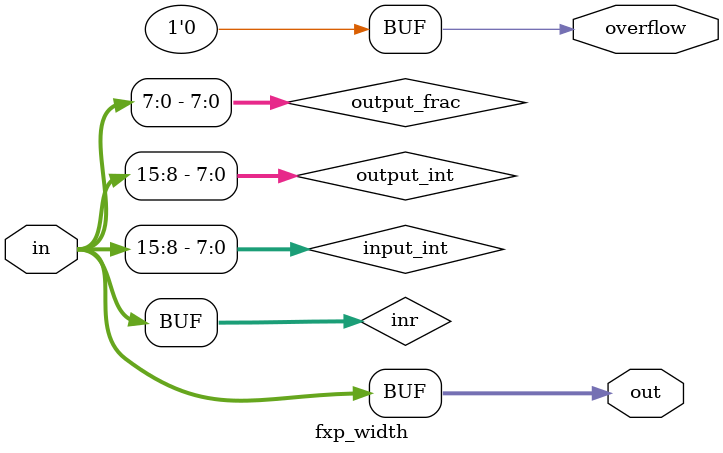
<source format=v>
/*module: fxp_width
function: bit width conversion for fixed point combinational logic
it converts from one q-format to another q-format
gives overflag if the bits being truncated are significant
*/
module fxp_width #(parameter input_width_int=8, 
                   parameter input_width_frac=8,
                   parameter output_width_int=8,
                   parameter output_width_frac=8,
                   parameter ROUND=1)(
                    input wire[input_width_int+input_width_frac-1:0] in,
                    output wire[output_width_int + output_width_frac-1:0] out,
                    output reg overflow
                   );

                    initial overflow=1'b0;
                    reg[input_width_int+output_width_frac-1:0] inr=0;
                    reg[input_width_int-1:0] input_int=0;
                    reg[output_width_int-1:0] output_int=0;
                    reg[output_width_frac-1:0] output_frac=0;

                    generate if(output_width_frac<input_width_frac) //this is when either we have to truncate or round the bits
                    begin
                        if (ROUND==0)
                        begin
                            always @(*) inr= in[input_width_int + input_width_frac -1: input_width_frac- output_width_frac]; //if we have to truncate then we truncate till input width frac- output frac
                            //this only contains the upper output_width_frac bits
                        end
                        else if (input_width_int+ output_width_frac>=2) //basically inr register width
                        begin
                            always @(*)
                            begin
                                inr= in[input_width_int + input_width_frac -1: input_width_frac- output_width_frac];
                                if (in[input_width_frac - output_width_frac -1] & ~(~inr[input_width_int+ output_width_frac -1] & (&inr[input_width_int+output_width_frac-2:0])))
                                begin
                                    inr=inr+1;
                                end
                                //basically you should avoid rounding up when its at it's maximum positive value already. 
                                //in[input_width_frac - output_width_frac -1] is the first bit thats dropped, if thats 1 then it should be rounded up
                                //and other condition checks you dont round up when it is at its maximum positive value already
                            end
                        end
                        else
                        begin
                            always @(*)
                            begin
                                inr= in[input_width_int + input_width_frac -1: input_width_frac- output_width_frac];
                                if (in[input_width_frac - output_width_frac -1] & inr[input_width_int+ output_width_frac -1]) inr=inr +1;
                                //simple rounding check handles the edge case when input_width_int + output_width_frac <2
                            end
                        end
                    end
                    else if( output_width_frac== input_width_frac)
                    begin
                        always @(*)
                        begin
                            inr[input_width_int+output_width_frac-1:input_width_frac-output_width_frac]=in;
                            //or inr=in?
                        end
                    end
                    else
                    begin
                        always @(*)
                        begin
                            inr[input_width_int + output_width_frac -1: output_width_frac- input_width_frac]= in;
                            inr[output_width_frac- input_width_frac -1:0]= 0;
                        end
                    end
                    endgenerate
                    generate if (output_width_int<input_width_int)
                    begin
                        always @(*)
                        begin
                            {input_int, output_frac}= inr;
                            if ( ~input_int[input_width_int-1] &  (| input_int[input_width_int-2:output_width_int-1])) //case of positive overflow, so it saturates to the max positive value
                            begin
                                overflow= 1'b1;
                                output_int= {output_width_int{1'b1}};
                                output_int[output_width_int-1]=1'b0;
                                output_frac= {output_width_frac{1'b1}};
                            end
                            else if (input_int[input_width_int-1] & ~(&input_int[input_width_int-2:output_width_int-1]))
                            //case of negative overflow, saturates to the most negative value
                            begin
                                overflow=1'b1;
                                output_int=0;
                                 output_int[output_width_int-1]= 1'b1;
                                 output_frac=0;
                            end
                            else
                            begin
                            //otherwise no overflow, just truncate, the truncated bits dont actually effect the value of the final output
                                overflow=1'b0;
                                output_int= input_int[output_width_int-1:0];
                            end

                        end
                    end
                    else
                    begin
                    //in this case overflow isnt possible at all, it just extends the MSB
                        always @(*)
                        begin
                            {input_int,output_frac}= inr;
                            overflow=1'b0;
                            output_int= input_int[input_width_int-1]? {output_width_int{1'b1}}:0;
                            output_int[input_width_int-1:0]=input_int;
                        end
                    end
                    endgenerate

                    //final output assignment
                    assign out= {output_int, output_frac};

endmodule
</source>
